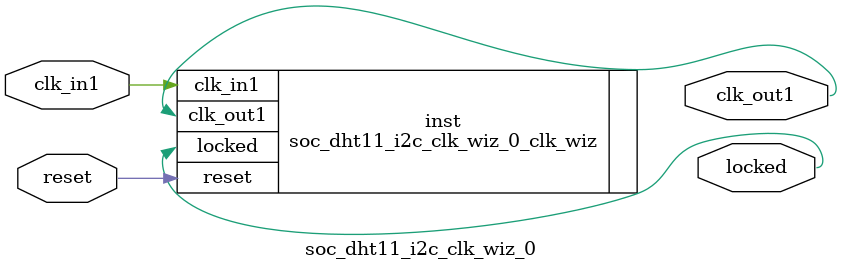
<source format=v>


`timescale 1ps/1ps

(* CORE_GENERATION_INFO = "soc_dht11_i2c_clk_wiz_0,clk_wiz_v6_0_15_0_0,{component_name=soc_dht11_i2c_clk_wiz_0,use_phase_alignment=true,use_min_o_jitter=false,use_max_i_jitter=false,use_dyn_phase_shift=false,use_inclk_switchover=false,use_dyn_reconfig=false,enable_axi=0,feedback_source=FDBK_AUTO,PRIMITIVE=MMCM,num_out_clk=1,clkin1_period=10.000,clkin2_period=10.000,use_power_down=false,use_reset=true,use_locked=true,use_inclk_stopped=false,feedback_type=SINGLE,CLOCK_MGR_TYPE=NA,manual_override=false}" *)

module soc_dht11_i2c_clk_wiz_0 
 (
  // Clock out ports
  output        clk_out1,
  // Status and control signals
  input         reset,
  output        locked,
 // Clock in ports
  input         clk_in1
 );

  soc_dht11_i2c_clk_wiz_0_clk_wiz inst
  (
  // Clock out ports  
  .clk_out1(clk_out1),
  // Status and control signals               
  .reset(reset), 
  .locked(locked),
 // Clock in ports
  .clk_in1(clk_in1)
  );

endmodule

</source>
